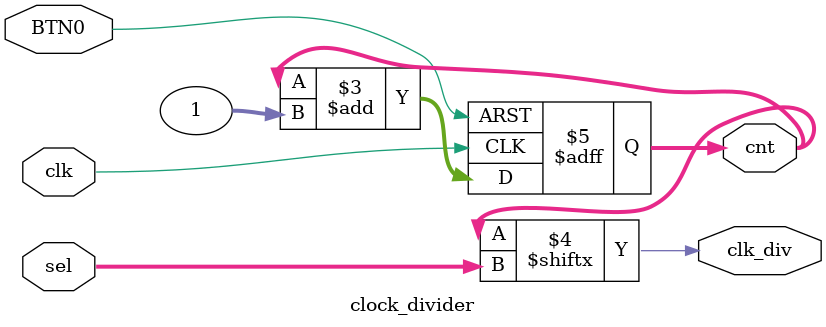
<source format=v>
module clock_divider
(
input clk,
input BTN0,
input [4:0] sel,
output reg [31:0] cnt,
output clk_div
);
always @(posedge clk or negedge BTN0)
begin
if (!BTN0)
cnt <= 32'b0;
else
cnt <= cnt + 1;
end
assign clk_div = cnt[sel];

endmodule

</source>
